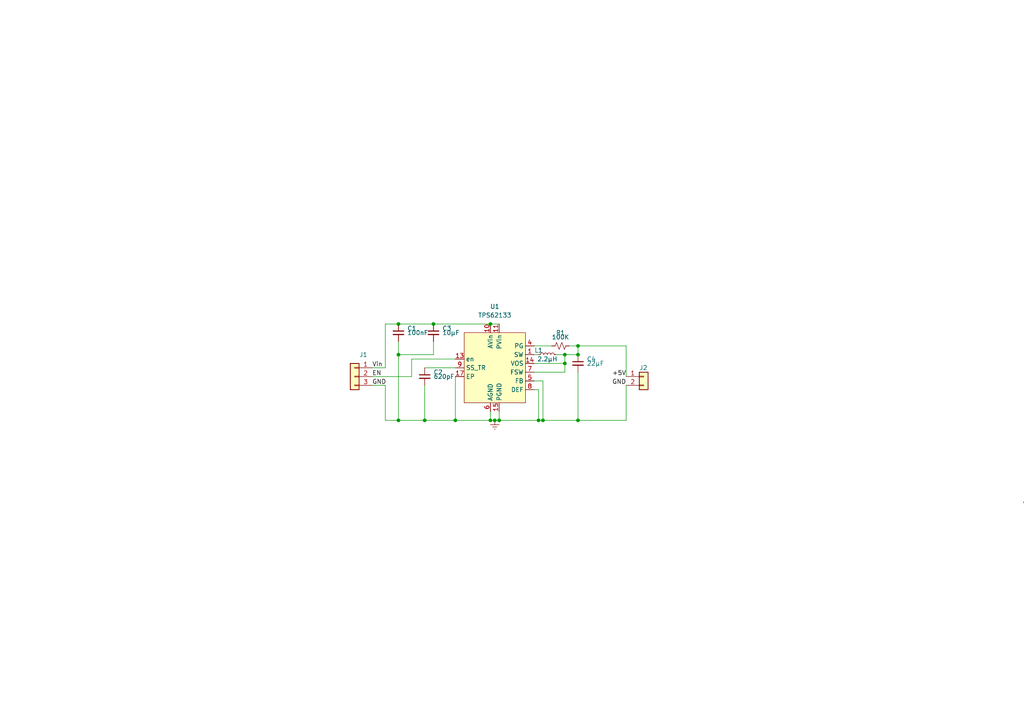
<source format=kicad_sch>
(kicad_sch (version 20200512) (host eeschema "(5.99.0-1662-g9db296991)")
  (page 1 1)
  (paper "A4")
  (lib_symbols
    (symbol "Connector_Generic:Conn_01x02" (pin_names hide)
      (property "Reference" "J" (at 0 2.54 0))
      (property "Value" "Conn_01x02" (at 0 -5.08 0))
      (symbol "Conn_01x02_1_1"
        (rectangle (start -1.27 -2.413) (end 0 -2.667))
        (rectangle (start -1.27 0.127) (end 0 -0.127))
        (rectangle (start -1.27 1.27) (end 1.27 -3.81) (stroke (width 0.254)) (fill (type background)))
        (pin passive line (at -5.08 0 0) (length 3.81) (name "Pin_1") (number "1"))
        (pin passive line (at -5.08 -2.54 0) (length 3.81) (name "Pin_2") (number "2"))
      )
    )
    (symbol "Connector_Generic:Conn_01x03" (pin_names hide)
      (property "Reference" "J" (at 0 5.08 0))
      (property "Value" "Conn_01x03" (at 0 -5.08 0))
      (symbol "Conn_01x03_1_1"
        (rectangle (start -1.27 -2.413) (end 0 -2.667))
        (rectangle (start -1.27 2.667) (end 0 2.413))
        (rectangle (start -1.27 3.81) (end 1.27 -3.81) (stroke (width 0.254)) (fill (type background)))
        (rectangle (start -1.27 0.127) (end 0 -0.127))
        (pin passive line (at -5.08 2.54 0) (length 3.81) (name "Pin_1") (number "1"))
        (pin passive line (at -5.08 0 0) (length 3.81) (name "Pin_2") (number "2"))
        (pin passive line (at -5.08 -2.54 0) (length 3.81) (name "Pin_3") (number "3"))
      )
    )
    (symbol "Custom_Symbols:DB_42x21"
      (property "Reference" "DB" (at 1.27 16.51 0))
      (property "Value" "DB_42x21" (at 8.89 16.51 0))
      (symbol "DB_42x21_0_1"
        (rectangle (start 0 15.24) (end 20.32 0) (stroke (width 0.152)) (fill (type background)))
      )
      (symbol "DB_42x21_1_1"
        (pin input line (at -2.54 12.7 0) (length 2.54) (name "in+") (number "1"))
        (pin input line (at -2.54 7.62 0) (length 2.54) (name "en") (number "5"))
        (pin input line (at -2.54 2.54 0) (length 2.54) (name "GND") (number "2"))
        (pin input line (at 22.86 12.7 180) (length 2.54) (name "out+") (number "3"))
        (pin input line (at 22.86 2.54 180) (length 2.54) (name "GND") (number "4"))
        (pin input line (at 22.86 8.89 180) (length 2.54) (name "D+") (number "6"))
        (pin input line (at 22.86 6.35 180) (length 2.54) (name "D-") (number "7"))
      )
    )
    (symbol "Custom_Symbols:TPS62133"
      (property "Reference" "U" (at 0 21.59 0))
      (property "Value" "TPS62133" (at 1.27 -1.27 0))
      (symbol "TPS62133_0_1"
        (rectangle (start 0 20.32) (end 17.78 0) (stroke (width 0.152)) (fill (type background)))
      )
      (symbol "TPS62133_1_1"
        (pin input line (at -2.54 12.7 0) (length 2.54) (name "en") (number "13"))
        (pin input line (at -2.54 10.16 0) (length 2.54) (name "SS_TR") (number "9"))
        (pin input line (at -2.54 7.62 0) (length 2.54) (name "EP") (number "17"))
        (pin input line (at 7.62 22.86 270) (length 2.54) (name "AVin") (number "10"))
        (pin input line (at 10.16 22.86 270) (length 2.54) (name "PVin") (number "11"))
        (pin input line (at 10.16 -2.54 90) (length 2.54) (name "PGND") (number "15"))
        (pin input line (at 7.62 -2.54 90) (length 2.54) (name "AGND") (number "6"))
        (pin input line (at 20.32 6.35 180) (length 2.54) (name "FB") (number "5"))
        (pin input line (at 20.32 8.89 180) (length 2.54) (name "FSW") (number "7"))
        (pin input line (at 20.32 11.43 180) (length 2.54) (name "VOS") (number "14"))
        (pin input line (at 20.32 13.97 180) (length 2.54) (name "SW") (number "1"))
        (pin input line (at 20.32 16.51 180) (length 2.54) (name "PG") (number "4"))
        (pin input line (at 20.32 13.97 180) (length 2.54) (name "SW") (number "2") hide)
        (pin input line (at 20.32 13.97 180) (length 2.54) (name "SW") (number "3") hide)
        (pin input line (at 20.32 3.81 180) (length 2.54) (name "DEF") (number "8"))
        (pin input line (at 10.16 22.86 270) (length 2.54) (name "PVin") (number "12") hide)
        (pin input line (at 10.16 -2.54 90) (length 2.54) (name "PGND") (number "16") hide)
      )
    )
    (symbol "Device:C_Small" (pin_numbers hide) (pin_names (offset 0.254) hide)
      (property "Reference" "C" (at 0.254 1.778 0))
      (property "Value" "C_Small" (at 0.254 -2.032 0))
      (symbol "C_Small_0_1"
        (polyline (pts (xy -1.524 -0.508) (xy 1.524 -0.508)) (stroke (width 0.3302)))
        (polyline (pts (xy -1.524 0.508) (xy 1.524 0.508)) (stroke (width 0.3048)))
      )
      (symbol "C_Small_1_1"
        (pin passive line (at 0 2.54 270) (length 2.032) (name "~") (number "1"))
        (pin passive line (at 0 -2.54 90) (length 2.032) (name "~") (number "2"))
      )
    )
    (symbol "Device:C_Small_1" (pin_numbers hide) (pin_names (offset 0.254) hide)
      (property "Reference" "C" (at 0.254 1.778 0))
      (property "Value" "C_Small" (at 0.254 -2.032 0))
      (symbol "C_Small_1_0_1"
        (polyline (pts (xy -1.524 -0.508) (xy 1.524 -0.508)) (stroke (width 0.3302)))
        (polyline (pts (xy -1.524 0.508) (xy 1.524 0.508)) (stroke (width 0.3048)))
      )
      (symbol "C_Small_1_1_1"
        (pin passive line (at 0 2.54 270) (length 2.032) (name "~") (number "1"))
        (pin passive line (at 0 -2.54 90) (length 2.032) (name "~") (number "2"))
      )
    )
    (symbol "Device:C_Small_2" (pin_numbers hide) (pin_names (offset 0.254) hide)
      (property "Reference" "C" (at 0.254 1.778 0))
      (property "Value" "C_Small" (at 0.254 -2.032 0))
      (symbol "C_Small_2_0_1"
        (polyline (pts (xy -1.524 -0.508) (xy 1.524 -0.508)) (stroke (width 0.3302)))
        (polyline (pts (xy -1.524 0.508) (xy 1.524 0.508)) (stroke (width 0.3048)))
      )
      (symbol "C_Small_2_1_1"
        (pin passive line (at 0 2.54 270) (length 2.032) (name "~") (number "1"))
        (pin passive line (at 0 -2.54 90) (length 2.032) (name "~") (number "2"))
      )
    )
    (symbol "Device:C_Small_3" (pin_numbers hide) (pin_names (offset 0.254) hide)
      (property "Reference" "C" (at 0.254 1.778 0))
      (property "Value" "C_Small" (at 0.254 -2.032 0))
      (symbol "C_Small_3_0_1"
        (polyline (pts (xy -1.524 -0.508) (xy 1.524 -0.508)) (stroke (width 0.3302)))
        (polyline (pts (xy -1.524 0.508) (xy 1.524 0.508)) (stroke (width 0.3048)))
      )
      (symbol "C_Small_3_1_1"
        (pin passive line (at 0 2.54 270) (length 2.032) (name "~") (number "1"))
        (pin passive line (at 0 -2.54 90) (length 2.032) (name "~") (number "2"))
      )
    )
    (symbol "Device:L_Small" (pin_numbers hide) (pin_names (offset 0.254) hide)
      (property "Reference" "L" (at 0.762 1.016 0))
      (property "Value" "L_Small" (at 0.762 -1.016 0))
      (symbol "L_Small_0_1"
        (arc (start 0 -2.032) (end 0 -1.016) (radius (at 0 -1.524) (length 0.508) (angles -89.9 89.9)))
        (arc (start 0 -1.016) (end 0 0) (radius (at 0 -0.508) (length 0.508) (angles -89.9 89.9)))
        (arc (start 0 0) (end 0 1.016) (radius (at 0 0.508) (length 0.508) (angles -89.9 89.9)))
        (arc (start 0 1.016) (end 0 2.032) (radius (at 0 1.524) (length 0.508) (angles -89.9 89.9)))
      )
      (symbol "L_Small_1_1"
        (pin passive line (at 0 2.54 270) (length 0.508) (name "~") (number "1"))
        (pin passive line (at 0 -2.54 90) (length 0.508) (name "~") (number "2"))
      )
    )
    (symbol "Device:R_Small_US" (pin_numbers hide) (pin_names (offset 0.254) hide)
      (property "Reference" "R" (at 0.762 0.508 0))
      (property "Value" "R_Small_US" (at 0.762 -1.016 0))
      (symbol "R_Small_US_1_1"
        (polyline (pts (xy 0 0) (xy 1.016 -0.381) (xy 0 -0.762) (xy -1.016 -1.143) (xy 0 -1.524)))
        (polyline (pts (xy 0 1.524) (xy 1.016 1.143) (xy 0 0.762) (xy -1.016 0.381) (xy 0 0)))
        (pin passive line (at 0 2.54 270) (length 1.016) (name "~") (number "1"))
        (pin passive line (at 0 -2.54 90) (length 1.016) (name "~") (number "2"))
      )
    )
    (symbol "power:GNDREF" (power) (pin_names (offset 0))
      (property "Value" "GNDREF" (at 0 -3.81 0))
      (symbol "GNDREF_0_1"
        (polyline (pts (xy -0.635 -1.905) (xy 0.635 -1.905)))
        (polyline (pts (xy -0.127 -2.54) (xy 0.127 -2.54)))
        (polyline (pts (xy 0 -1.27) (xy 0 0)))
        (polyline (pts (xy 1.27 -1.27) (xy -1.27 -1.27)))
      )
      (symbol "GNDREF_1_1"
        (pin power_in line (at 0 0 270) (length 0) (name "GNDREF") (number "1") hide)
      )
    )
  )
  (junction (at 115.57 93.98))
  (junction (at 115.57 102.87))
  (junction (at 115.57 121.92))
  (junction (at 123.19 121.92))
  (junction (at 125.73 93.98))
  (junction (at 132.08 121.92))
  (junction (at 142.24 93.98))
  (junction (at 142.24 121.92))
  (junction (at 143.51 121.92))
  (junction (at 144.78 121.92))
  (junction (at 156.21 121.92))
  (junction (at 157.48 121.92))
  (junction (at 163.83 102.87))
  (junction (at 163.83 105.41))
  (junction (at 167.64 100.33))
  (junction (at 167.64 102.87))
  (junction (at 167.64 121.92))
  (wire (pts (xy 107.95 106.68) (xy 111.76 106.68)))
  (wire (pts (xy 107.95 111.76) (xy 111.76 111.76)))
  (wire (pts (xy 111.76 93.98) (xy 115.57 93.98)))
  (wire (pts (xy 111.76 106.68) (xy 111.76 93.98)))
  (wire (pts (xy 111.76 111.76) (xy 111.76 121.92)))
  (wire (pts (xy 111.76 121.92) (xy 115.57 121.92)))
  (wire (pts (xy 115.57 93.98) (xy 125.73 93.98)))
  (wire (pts (xy 115.57 99.06) (xy 115.57 102.87)))
  (wire (pts (xy 115.57 102.87) (xy 115.57 121.92)))
  (wire (pts (xy 115.57 121.92) (xy 123.19 121.92)))
  (wire (pts (xy 119.38 104.14) (xy 119.38 109.22)))
  (wire (pts (xy 119.38 109.22) (xy 107.95 109.22)))
  (wire (pts (xy 123.19 106.68) (xy 132.08 106.68)))
  (wire (pts (xy 123.19 111.76) (xy 123.19 121.92)))
  (wire (pts (xy 123.19 121.92) (xy 132.08 121.92)))
  (wire (pts (xy 125.73 93.98) (xy 142.24 93.98)))
  (wire (pts (xy 125.73 99.06) (xy 125.73 102.87)))
  (wire (pts (xy 125.73 102.87) (xy 115.57 102.87)))
  (wire (pts (xy 132.08 104.14) (xy 119.38 104.14)))
  (wire (pts (xy 132.08 109.22) (xy 132.08 121.92)))
  (wire (pts (xy 132.08 121.92) (xy 142.24 121.92)))
  (wire (pts (xy 142.24 93.98) (xy 144.78 93.98)))
  (wire (pts (xy 142.24 119.38) (xy 142.24 121.92)))
  (wire (pts (xy 142.24 121.92) (xy 143.51 121.92)))
  (wire (pts (xy 143.51 121.92) (xy 144.78 121.92)))
  (wire (pts (xy 144.78 121.92) (xy 144.78 119.38)))
  (wire (pts (xy 154.94 100.33) (xy 160.02 100.33)))
  (wire (pts (xy 154.94 102.87) (xy 156.21 102.87)))
  (wire (pts (xy 154.94 105.41) (xy 163.83 105.41)))
  (wire (pts (xy 154.94 107.95) (xy 163.83 107.95)))
  (wire (pts (xy 154.94 110.49) (xy 157.48 110.49)))
  (wire (pts (xy 154.94 113.03) (xy 156.21 113.03)))
  (wire (pts (xy 156.21 113.03) (xy 156.21 121.92)))
  (wire (pts (xy 156.21 121.92) (xy 144.78 121.92)))
  (wire (pts (xy 157.48 110.49) (xy 157.48 121.92)))
  (wire (pts (xy 157.48 121.92) (xy 156.21 121.92)))
  (wire (pts (xy 163.83 102.87) (xy 161.29 102.87)))
  (wire (pts (xy 163.83 102.87) (xy 167.64 102.87)))
  (wire (pts (xy 163.83 105.41) (xy 163.83 102.87)))
  (wire (pts (xy 163.83 107.95) (xy 163.83 105.41)))
  (wire (pts (xy 165.1 100.33) (xy 167.64 100.33)))
  (wire (pts (xy 167.64 100.33) (xy 167.64 102.87)))
  (wire (pts (xy 167.64 107.95) (xy 167.64 121.92)))
  (wire (pts (xy 167.64 121.92) (xy 157.48 121.92)))
  (wire (pts (xy 181.61 100.33) (xy 167.64 100.33)))
  (wire (pts (xy 181.61 109.22) (xy 181.61 100.33)))
  (wire (pts (xy 181.61 111.76) (xy 181.61 121.92)))
  (wire (pts (xy 181.61 121.92) (xy 167.64 121.92)))
  (label "Vin" (at 107.95 106.68 0))
  (label "EN" (at 107.95 109.22 0))
  (label "GND" (at 107.95 111.76 0))
  (label "+5V" (at 181.61 109.22 180))
  (label "GND" (at 181.61 111.76 180))
  (label "Vin" (at 299.72 147.32 180))
  (label "EN" (at 299.72 152.4 180))
  (label "+5V" (at 325.12 147.32 0))
  (symbol (lib_id "Device:L_Small") (at 158.75 102.87 90) (unit 1)
    (property "Reference" "L1" (at 156.21 101.6 90))
    (property "Value" "2.2µH" (at 158.75 104.14 90))
    (property "Footprint" "Inductor_SMD:L_6.3x6.3_H3" (effects hide))
  )
  (symbol (lib_id "power:GNDREF") (at 143.51 121.92 0) (unit 1)
    (property "Reference" "#PWR0101" (effects hide))
    (property "Value" "GNDREF" (effects hide))
  )
  (symbol (lib_id "power:GNDREF") (at 299.72 157.48 0) (unit 1)
    (property "Reference" "#PWR0103" (effects hide))
    (property "Value" "GNDREF" (effects hide))
  )
  (symbol (lib_id "power:GNDREF") (at 325.12 157.48 0) (unit 1)
    (property "Reference" "#PWR0102" (effects hide))
    (property "Value" "GNDREF" (effects hide))
  )
  (symbol (lib_id "Device:R_Small_US") (at 162.56 100.33 90) (unit 1)
    (property "Reference" "R1" (at 162.56 96.52 90))
    (property "Value" "100K" (at 162.56 97.79 90))
    (property "Footprint" "Resistor_SMD:R_0805_2012Metric_Pad1.15x1.40mm_HandSolder" (effects hide))
  )
  (symbol (lib_name "Device:C_Small_2") (lib_id "Device:C_Small") (at 115.57 96.52 0) (unit 1)
    (property "Reference" "C1" (at 118.11 95.25 0) (effects (justify left)))
    (property "Value" "100nF" (at 118.11 96.52 0) (effects (justify left)))
    (property "Footprint" "Capacitor_SMD:C_0805_2012Metric_Pad1.15x1.40mm_HandSolder" (effects hide))
  )
  (symbol (lib_name "Device:C_Small_3") (lib_id "Device:C_Small") (at 123.19 109.22 0) (unit 1)
    (property "Reference" "C2" (at 125.73 107.95 0) (effects (justify left)))
    (property "Value" "620pF" (at 125.73 109.22 0) (effects (justify left)))
    (property "Footprint" "Capacitor_SMD:C_0805_2012Metric_Pad1.15x1.40mm_HandSolder" (effects hide))
  )
  (symbol (lib_name "Device:C_Small_1") (lib_id "Device:C_Small") (at 125.73 96.52 0) (unit 1)
    (property "Reference" "C3" (at 128.27 95.25 0) (effects (justify left)))
    (property "Value" "10µF" (at 128.27 96.52 0) (effects (justify left)))
    (property "Footprint" "Capacitor_SMD:C_1206_3216Metric_Pad1.42x1.75mm_HandSolder" (effects hide))
  )
  (symbol (lib_id "Device:C_Small") (at 167.64 105.41 0) (unit 1)
    (property "Reference" "C4" (at 170.18 104.14 0) (effects (justify left)))
    (property "Value" "22µF" (at 170.18 105.41 0) (effects (justify left)))
    (property "Footprint" "Capacitor_SMD:C_0603_1608Metric" (effects hide))
  )
  (symbol (lib_id "Connector_Generic:Conn_01x02") (at 186.69 109.22 0) (unit 1)
    (property "Reference" "J2" (at 185.42 106.68 0) (effects (justify left)))
    (property "Value" "Conn_01x02" (effects hide))
    (property "Footprint" "Custom_Vertical_1x_2.54mm_Pin_Header:PinHeader_1x02_P2.54mm_Vertical" (effects hide))
  )
  (symbol (lib_id "Connector_Generic:Conn_01x03") (at 102.87 109.22 0) (mirror y) (unit 1)
    (property "Reference" "J1" (at 105.41 102.87 0))
    (property "Value" "Conn_01x03" (effects hide))
    (property "Footprint" "Custom_Vertical_1x_2.54mm_Pin_Header:PinHeader_1x03_P2.54mm_Vertical" (effects hide))
  )
  (symbol (lib_id "Custom_Symbols:DB_42x21") (at 302.26 160.02 0) (unit 1)
    (property "Reference" "DB1" (at 312.42 139.7 0))
    (property "Value" "DB_42x21" (at 312.42 142.24 0))
    (property "Footprint" "Daughterboards:DB_43x21" (effects hide))
  )
  (symbol (lib_id "Custom_Symbols:TPS62133") (at 134.62 116.84 0) (unit 1)
    (property "Reference" "U1" (at 143.51 88.9 0))
    (property "Value" "TPS62133" (at 143.51 91.44 0))
    (property "Footprint" "Package_DFN_QFN:VQFN-16-1EP_3x3mm_P0.5mm_EP1.68x1.68mm_ThermalVias" (effects hide))
  )
)
</source>
